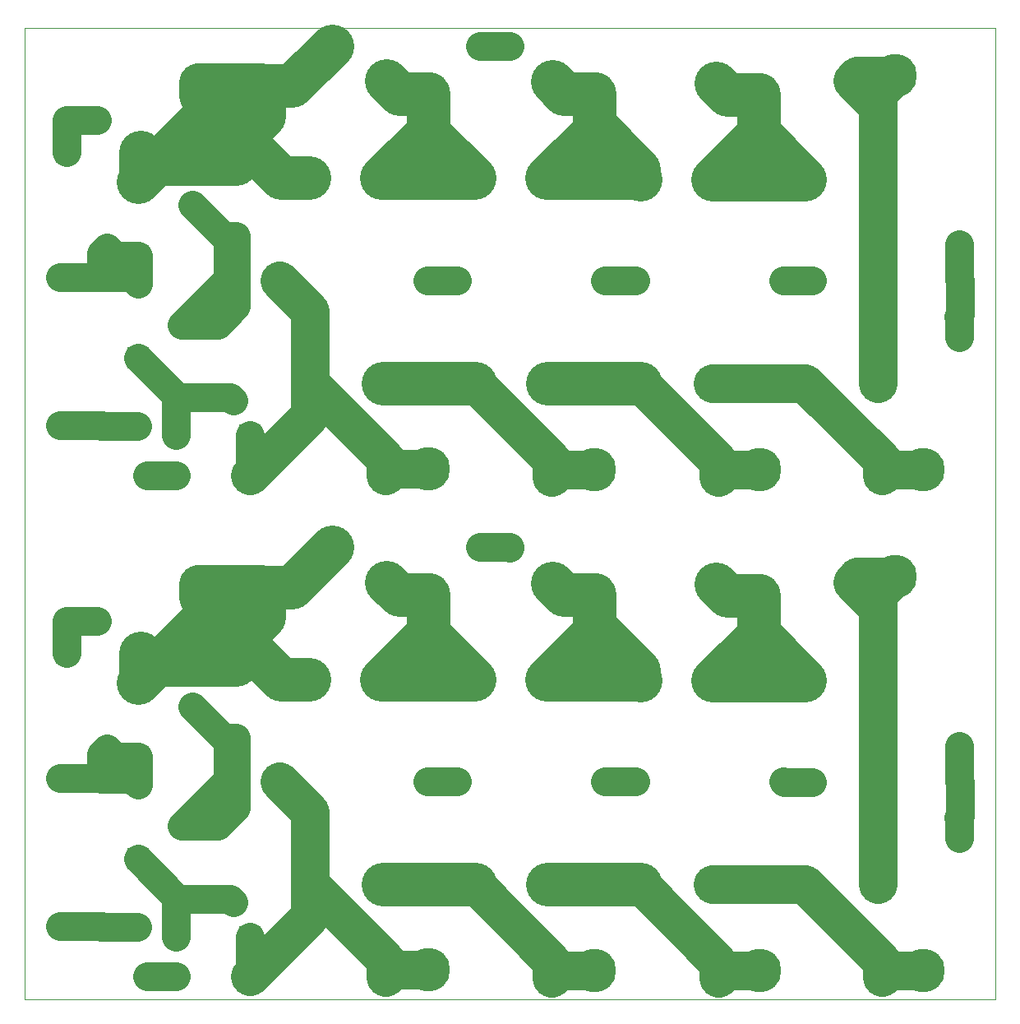
<source format=gbr>
G04 #@! TF.GenerationSoftware,KiCad,Pcbnew,5.1.4-e60b266~84~ubuntu16.04.1*
G04 #@! TF.CreationDate,2019-10-09T11:36:19-05:00*
G04 #@! TF.ProjectId,8cap,38636170-2e6b-4696-9361-645f70636258,rev?*
G04 #@! TF.SameCoordinates,Original*
G04 #@! TF.FileFunction,Copper,L2,Bot*
G04 #@! TF.FilePolarity,Positive*
%FSLAX46Y46*%
G04 Gerber Fmt 4.6, Leading zero omitted, Abs format (unit mm)*
G04 Created by KiCad (PCBNEW 5.1.4-e60b266~84~ubuntu16.04.1) date 2019-10-09 11:36:19*
%MOMM*%
%LPD*%
G04 APERTURE LIST*
G04 #@! TA.AperFunction,NonConductor*
%ADD10C,0.050000*%
G04 #@! TD*
G04 #@! TA.AperFunction,ComponentPad*
%ADD11R,2.400000X2.400000*%
G04 #@! TD*
G04 #@! TA.AperFunction,ComponentPad*
%ADD12C,2.400000*%
G04 #@! TD*
G04 #@! TA.AperFunction,ComponentPad*
%ADD13C,4.500880*%
G04 #@! TD*
G04 #@! TA.AperFunction,ComponentPad*
%ADD14C,1.998980*%
G04 #@! TD*
G04 #@! TA.AperFunction,ComponentPad*
%ADD15R,2.200000X2.200000*%
G04 #@! TD*
G04 #@! TA.AperFunction,ComponentPad*
%ADD16O,2.200000X2.200000*%
G04 #@! TD*
G04 #@! TA.AperFunction,ComponentPad*
%ADD17O,2.400000X2.400000*%
G04 #@! TD*
G04 #@! TA.AperFunction,ComponentPad*
%ADD18C,2.000000*%
G04 #@! TD*
G04 #@! TA.AperFunction,ComponentPad*
%ADD19C,1.600000*%
G04 #@! TD*
G04 #@! TA.AperFunction,ViaPad*
%ADD20C,0.800000*%
G04 #@! TD*
G04 #@! TA.AperFunction,Conductor*
%ADD21C,4.500000*%
G04 #@! TD*
G04 #@! TA.AperFunction,Conductor*
%ADD22C,4.000000*%
G04 #@! TD*
G04 #@! TA.AperFunction,Conductor*
%ADD23C,3.000000*%
G04 #@! TD*
G04 APERTURE END LIST*
D10*
X100000000Y-150000000D02*
X100000000Y-50000000D01*
X200000000Y-150000000D02*
X100000000Y-150000000D01*
X200000000Y-50000000D02*
X200000000Y-150000000D01*
X100000000Y-50000000D02*
X200000000Y-50000000D01*
D11*
G04 #@! TO.P,C5,1*
G04 #@! TO.N,N/C*
X180390000Y-86550000D03*
D12*
G04 #@! TO.P,C5,2*
X187890000Y-86550000D03*
G04 #@! TD*
D11*
G04 #@! TO.P,C6,1*
G04 #@! TO.N,N/C*
X163390000Y-86550000D03*
D12*
G04 #@! TO.P,C6,2*
X170890000Y-86550000D03*
G04 #@! TD*
D13*
G04 #@! TO.P,V7,1*
G04 #@! TO.N,N/C*
X158690000Y-95450000D03*
G04 #@! TD*
G04 #@! TO.P,V8,1*
G04 #@! TO.N,N/C*
X141590000Y-95350000D03*
G04 #@! TD*
D14*
G04 #@! TO.P,AC1,1*
G04 #@! TO.N,N/C*
X108500000Y-72600000D03*
G04 #@! TD*
G04 #@! TO.P,AC2,1*
G04 #@! TO.N,N/C*
X112590000Y-96050000D03*
G04 #@! TD*
D15*
G04 #@! TO.P,D2,1*
G04 #@! TO.N,N/C*
X104290000Y-62750000D03*
D16*
G04 #@! TO.P,D2,2*
X111910000Y-62750000D03*
G04 #@! TD*
D14*
G04 #@! TO.P,V7,1*
G04 #@! TO.N,N/C*
X154300000Y-96200000D03*
G04 #@! TD*
G04 #@! TO.P,V8,1*
G04 #@! TO.N,N/C*
X137200000Y-96100000D03*
G04 #@! TD*
D15*
G04 #@! TO.P,D1,1*
G04 #@! TO.N,N/C*
X111690000Y-73450000D03*
D16*
G04 #@! TO.P,D1,2*
X111690000Y-65830000D03*
G04 #@! TD*
D12*
G04 #@! TO.P,R3,1*
G04 #@! TO.N,N/C*
X162930000Y-75960000D03*
D17*
G04 #@! TO.P,R3,2*
X178170000Y-75960000D03*
G04 #@! TD*
D13*
G04 #@! TO.P,V5,1*
G04 #@! TO.N,N/C*
X192590000Y-95450000D03*
G04 #@! TD*
G04 #@! TO.P,V6,1*
G04 #@! TO.N,N/C*
X175690000Y-95450000D03*
G04 #@! TD*
D12*
G04 #@! TO.P,R5,1*
G04 #@! TO.N,N/C*
X126220000Y-75960000D03*
D17*
G04 #@! TO.P,R5,2*
X141460000Y-75960000D03*
G04 #@! TD*
D14*
G04 #@! TO.P,AC2,1*
G04 #@! TO.N,N/C*
X107470000Y-59450000D03*
G04 #@! TD*
G04 #@! TO.P,PROBE,1*
G04 #@! TO.N,N/C*
X196300000Y-72300000D03*
G04 #@! TD*
G04 #@! TO.P,V0,1*
G04 #@! TO.N,N/C*
X124690000Y-59050000D03*
G04 #@! TD*
D12*
G04 #@! TO.P,R7,1*
G04 #@! TO.N,N/C*
X103690000Y-90900000D03*
D17*
G04 #@! TO.P,R7,2*
X103690000Y-75660000D03*
G04 #@! TD*
D15*
G04 #@! TO.P,D3,1*
G04 #@! TO.N,N/C*
X111690000Y-83950000D03*
D16*
G04 #@! TO.P,D3,2*
X111690000Y-76330000D03*
G04 #@! TD*
D14*
G04 #@! TO.P,PROBE,1*
G04 #@! TO.N,N/C*
X150000000Y-51900000D03*
G04 #@! TD*
G04 #@! TO.P,AC2,1*
G04 #@! TO.N,N/C*
X104340000Y-59450000D03*
G04 #@! TD*
D15*
G04 #@! TO.P,D5,1*
G04 #@! TO.N,N/C*
X123210000Y-91950000D03*
D16*
G04 #@! TO.P,D5,2*
X115590000Y-91950000D03*
G04 #@! TD*
D14*
G04 #@! TO.P,TRIG,1*
G04 #@! TO.N,N/C*
X120890000Y-75150000D03*
G04 #@! TD*
G04 #@! TO.P,AC0,1*
G04 #@! TO.N,N/C*
X111600000Y-90950000D03*
G04 #@! TD*
D13*
G04 #@! TO.P,V1,1*
G04 #@! TO.N,N/C*
X141590000Y-56750000D03*
G04 #@! TD*
G04 #@! TO.P,V2,1*
G04 #@! TO.N,N/C*
X158690000Y-56750000D03*
G04 #@! TD*
D12*
G04 #@! TO.P,R2,1*
G04 #@! TO.N,N/C*
X181150000Y-76030000D03*
D17*
G04 #@! TO.P,R2,2*
X196390000Y-76030000D03*
G04 #@! TD*
D13*
G04 #@! TO.P,V3,1*
G04 #@! TO.N,N/C*
X175590000Y-56850000D03*
G04 #@! TD*
G04 #@! TO.P,V4,1*
G04 #@! TO.N,N/C*
X189700000Y-54900000D03*
G04 #@! TD*
D14*
G04 #@! TO.P,V0,1*
G04 #@! TO.N,N/C*
X124690000Y-55950000D03*
G04 #@! TD*
D13*
G04 #@! TO.P,V0,1*
G04 #@! TO.N,N/C*
X120190000Y-59250000D03*
G04 #@! TD*
D14*
G04 #@! TO.P,V3,1*
G04 #@! TO.N,N/C*
X171190000Y-55650000D03*
G04 #@! TD*
G04 #@! TO.P,V4,1*
G04 #@! TO.N,N/C*
X185250000Y-55450000D03*
G04 #@! TD*
D12*
G04 #@! TO.P,R1,1*
G04 #@! TO.N,N/C*
X146890000Y-51850000D03*
D17*
G04 #@! TO.P,R1,2*
X131650000Y-51850000D03*
G04 #@! TD*
D11*
G04 #@! TO.P,C1,1*
G04 #@! TO.N,N/C*
X136790000Y-65450000D03*
D12*
G04 #@! TO.P,C1,2*
X129290000Y-65450000D03*
G04 #@! TD*
D11*
G04 #@! TO.P,C2,1*
G04 #@! TO.N,N/C*
X153790000Y-65450000D03*
D12*
G04 #@! TO.P,C2,2*
X146290000Y-65450000D03*
G04 #@! TD*
D11*
G04 #@! TO.P,C3,1*
G04 #@! TO.N,N/C*
X170890000Y-65550000D03*
D12*
G04 #@! TO.P,C3,2*
X163390000Y-65550000D03*
G04 #@! TD*
D11*
G04 #@! TO.P,C4,1*
G04 #@! TO.N,N/C*
X187890000Y-65550000D03*
D12*
G04 #@! TO.P,C4,2*
X180390000Y-65550000D03*
G04 #@! TD*
D15*
G04 #@! TO.P,D4,1*
G04 #@! TO.N,N/C*
X123190000Y-96050000D03*
D16*
G04 #@! TO.P,D4,2*
X115570000Y-96050000D03*
G04 #@! TD*
D14*
G04 #@! TO.P,PROBE,1*
G04 #@! TO.N,N/C*
X196200000Y-79700000D03*
G04 #@! TD*
D18*
G04 #@! TO.P,C12,1*
G04 #@! TO.N,N/C*
X121790000Y-88650000D03*
G04 #@! TO.P,C12,2*
X121790000Y-78650000D03*
G04 #@! TD*
D12*
G04 #@! TO.P,R6,1*
G04 #@! TO.N,N/C*
X107900000Y-75700000D03*
D17*
G04 #@! TO.P,R6,2*
X107900000Y-90940000D03*
G04 #@! TD*
D12*
G04 #@! TO.P,R4,1*
G04 #@! TO.N,N/C*
X144580000Y-75960000D03*
D17*
G04 #@! TO.P,R4,2*
X159820000Y-75960000D03*
G04 #@! TD*
D18*
G04 #@! TO.P,C11,1*
G04 #@! TO.N,N/C*
X121790000Y-71450000D03*
G04 #@! TO.P,C11,2*
X121790000Y-63950000D03*
G04 #@! TD*
G04 #@! TO.P,C10,1*
G04 #@! TO.N,N/C*
X116190000Y-88050000D03*
G04 #@! TO.P,C10,2*
X116190000Y-80550000D03*
G04 #@! TD*
D11*
G04 #@! TO.P,C7,1*
G04 #@! TO.N,N/C*
X146390000Y-86550000D03*
D12*
G04 #@! TO.P,C7,2*
X153890000Y-86550000D03*
G04 #@! TD*
D19*
G04 #@! TO.P,C9,1*
G04 #@! TO.N,N/C*
X117290000Y-68250000D03*
G04 #@! TO.P,C9,2*
X117290000Y-63250000D03*
G04 #@! TD*
D14*
G04 #@! TO.P,V5,1*
G04 #@! TO.N,N/C*
X188300000Y-96100000D03*
G04 #@! TD*
G04 #@! TO.P,V6,1*
G04 #@! TO.N,N/C*
X171500000Y-96200000D03*
G04 #@! TD*
G04 #@! TO.P,V1,1*
G04 #@! TO.N,N/C*
X137290000Y-55450000D03*
G04 #@! TD*
G04 #@! TO.P,V2,1*
G04 #@! TO.N,N/C*
X154390000Y-55550000D03*
G04 #@! TD*
D11*
G04 #@! TO.P,C8,1*
G04 #@! TO.N,N/C*
X129390000Y-86550000D03*
D12*
G04 #@! TO.P,C8,2*
X136890000Y-86550000D03*
G04 #@! TD*
D14*
G04 #@! TO.P,PROBE,1*
G04 #@! TO.N,PROBE*
X196200000Y-131300000D03*
G04 #@! TD*
G04 #@! TO.P,AC2,1*
G04 #@! TO.N,AC2*
X104340000Y-111050000D03*
G04 #@! TD*
G04 #@! TO.P,AC2,1*
G04 #@! TO.N,AC2*
X107470000Y-111050000D03*
G04 #@! TD*
D17*
G04 #@! TO.P,R7,2*
G04 #@! TO.N,AC1*
X103690000Y-127260000D03*
D12*
G04 #@! TO.P,R7,1*
G04 #@! TO.N,AC0*
X103690000Y-142500000D03*
G04 #@! TD*
D17*
G04 #@! TO.P,R6,2*
G04 #@! TO.N,AC0*
X107900000Y-142540000D03*
D12*
G04 #@! TO.P,R6,1*
G04 #@! TO.N,AC1*
X107900000Y-127300000D03*
G04 #@! TD*
D17*
G04 #@! TO.P,R5,2*
G04 #@! TO.N,Net-(R4-Pad1)*
X141460000Y-127560000D03*
D12*
G04 #@! TO.P,R5,1*
G04 #@! TO.N,V8*
X126220000Y-127560000D03*
G04 #@! TD*
D17*
G04 #@! TO.P,R4,2*
G04 #@! TO.N,Net-(R3-Pad1)*
X159820000Y-127560000D03*
D12*
G04 #@! TO.P,R4,1*
G04 #@! TO.N,Net-(R4-Pad1)*
X144580000Y-127560000D03*
G04 #@! TD*
D17*
G04 #@! TO.P,R3,2*
G04 #@! TO.N,Net-(R2-Pad1)*
X178170000Y-127560000D03*
D12*
G04 #@! TO.P,R3,1*
G04 #@! TO.N,Net-(R3-Pad1)*
X162930000Y-127560000D03*
G04 #@! TD*
D17*
G04 #@! TO.P,R2,2*
G04 #@! TO.N,PROBE*
X196390000Y-127630000D03*
D12*
G04 #@! TO.P,R2,1*
G04 #@! TO.N,Net-(R2-Pad1)*
X181150000Y-127630000D03*
G04 #@! TD*
D17*
G04 #@! TO.P,R1,2*
G04 #@! TO.N,V0*
X131650000Y-103450000D03*
D12*
G04 #@! TO.P,R1,1*
G04 #@! TO.N,PROBE*
X146890000Y-103450000D03*
G04 #@! TD*
D14*
G04 #@! TO.P,AC0,1*
G04 #@! TO.N,AC0*
X111600000Y-142550000D03*
G04 #@! TD*
G04 #@! TO.P,TRIG,1*
G04 #@! TO.N,TRIG*
X120890000Y-126750000D03*
G04 #@! TD*
D13*
G04 #@! TO.P,V8,1*
G04 #@! TO.N,V8*
X141590000Y-146950000D03*
G04 #@! TD*
G04 #@! TO.P,V7,1*
G04 #@! TO.N,V7*
X158690000Y-147050000D03*
G04 #@! TD*
G04 #@! TO.P,V6,1*
G04 #@! TO.N,V6*
X175690000Y-147050000D03*
G04 #@! TD*
G04 #@! TO.P,V5,1*
G04 #@! TO.N,V5*
X192590000Y-147050000D03*
G04 #@! TD*
G04 #@! TO.P,V4,1*
G04 #@! TO.N,V4*
X189700000Y-106500000D03*
G04 #@! TD*
G04 #@! TO.P,V3,1*
G04 #@! TO.N,V3*
X175590000Y-108450000D03*
G04 #@! TD*
G04 #@! TO.P,V2,1*
G04 #@! TO.N,V2*
X158690000Y-108350000D03*
G04 #@! TD*
G04 #@! TO.P,V1,1*
G04 #@! TO.N,V1*
X141590000Y-108350000D03*
G04 #@! TD*
G04 #@! TO.P,V0,1*
G04 #@! TO.N,V0*
X120190000Y-110850000D03*
G04 #@! TD*
D14*
G04 #@! TO.P,V0,1*
G04 #@! TO.N,V0*
X124690000Y-107550000D03*
G04 #@! TD*
G04 #@! TO.P,PROBE,1*
G04 #@! TO.N,PROBE*
X150000000Y-103700000D03*
G04 #@! TD*
G04 #@! TO.P,V8,1*
G04 #@! TO.N,V8*
X137200000Y-147700000D03*
G04 #@! TD*
G04 #@! TO.P,V7,1*
G04 #@! TO.N,V7*
X154300000Y-147800000D03*
G04 #@! TD*
G04 #@! TO.P,V6,1*
G04 #@! TO.N,V6*
X171500000Y-147800000D03*
G04 #@! TD*
G04 #@! TO.P,V5,1*
G04 #@! TO.N,V5*
X188300000Y-147700000D03*
G04 #@! TD*
G04 #@! TO.P,V4,1*
G04 #@! TO.N,V4*
X185250000Y-107050000D03*
G04 #@! TD*
G04 #@! TO.P,V3,1*
G04 #@! TO.N,V3*
X171190000Y-107250000D03*
G04 #@! TD*
G04 #@! TO.P,V2,1*
G04 #@! TO.N,V2*
X154390000Y-107150000D03*
G04 #@! TD*
G04 #@! TO.P,V1,1*
G04 #@! TO.N,V1*
X137290000Y-107050000D03*
G04 #@! TD*
G04 #@! TO.P,V0,1*
G04 #@! TO.N,V0*
X124690000Y-110650000D03*
G04 #@! TD*
G04 #@! TO.P,PROBE,1*
G04 #@! TO.N,PROBE*
X196300000Y-123900000D03*
G04 #@! TD*
G04 #@! TO.P,AC2,1*
G04 #@! TO.N,AC2*
X112590000Y-147650000D03*
G04 #@! TD*
G04 #@! TO.P,AC1,1*
G04 #@! TO.N,AC1*
X108500000Y-124200000D03*
G04 #@! TD*
D16*
G04 #@! TO.P,D5,2*
G04 #@! TO.N,Net-(C10-Pad1)*
X115590000Y-143550000D03*
D15*
G04 #@! TO.P,D5,1*
G04 #@! TO.N,V8*
X123210000Y-143550000D03*
G04 #@! TD*
D16*
G04 #@! TO.P,D4,2*
G04 #@! TO.N,AC2*
X115570000Y-147650000D03*
D15*
G04 #@! TO.P,D4,1*
G04 #@! TO.N,V8*
X123190000Y-147650000D03*
G04 #@! TD*
D16*
G04 #@! TO.P,D3,2*
G04 #@! TO.N,AC1*
X111690000Y-127930000D03*
D15*
G04 #@! TO.P,D3,1*
G04 #@! TO.N,Net-(C10-Pad1)*
X111690000Y-135550000D03*
G04 #@! TD*
D16*
G04 #@! TO.P,D2,2*
G04 #@! TO.N,V0*
X111910000Y-114350000D03*
D15*
G04 #@! TO.P,D2,1*
G04 #@! TO.N,AC2*
X104290000Y-114350000D03*
G04 #@! TD*
D16*
G04 #@! TO.P,D1,2*
G04 #@! TO.N,V0*
X111690000Y-117430000D03*
D15*
G04 #@! TO.P,D1,1*
G04 #@! TO.N,AC1*
X111690000Y-125050000D03*
G04 #@! TD*
D18*
G04 #@! TO.P,C12,2*
G04 #@! TO.N,TRIG*
X121790000Y-130250000D03*
G04 #@! TO.P,C12,1*
G04 #@! TO.N,Net-(C10-Pad1)*
X121790000Y-140250000D03*
G04 #@! TD*
G04 #@! TO.P,C11,2*
G04 #@! TO.N,V0*
X121790000Y-115550000D03*
G04 #@! TO.P,C11,1*
G04 #@! TO.N,TRIG*
X121790000Y-123050000D03*
G04 #@! TD*
G04 #@! TO.P,C10,2*
G04 #@! TO.N,TRIG*
X116190000Y-132150000D03*
G04 #@! TO.P,C10,1*
G04 #@! TO.N,Net-(C10-Pad1)*
X116190000Y-139650000D03*
G04 #@! TD*
D19*
G04 #@! TO.P,C9,2*
G04 #@! TO.N,V0*
X117290000Y-114850000D03*
G04 #@! TO.P,C9,1*
G04 #@! TO.N,TRIG*
X117290000Y-119850000D03*
G04 #@! TD*
D12*
G04 #@! TO.P,C8,2*
G04 #@! TO.N,V7*
X136890000Y-138150000D03*
D11*
G04 #@! TO.P,C8,1*
G04 #@! TO.N,V8*
X129390000Y-138150000D03*
G04 #@! TD*
D12*
G04 #@! TO.P,C7,2*
G04 #@! TO.N,V6*
X153890000Y-138150000D03*
D11*
G04 #@! TO.P,C7,1*
G04 #@! TO.N,V7*
X146390000Y-138150000D03*
G04 #@! TD*
D12*
G04 #@! TO.P,C6,2*
G04 #@! TO.N,V5*
X170890000Y-138150000D03*
D11*
G04 #@! TO.P,C6,1*
G04 #@! TO.N,V6*
X163390000Y-138150000D03*
G04 #@! TD*
D12*
G04 #@! TO.P,C5,2*
G04 #@! TO.N,V4*
X187890000Y-138150000D03*
D11*
G04 #@! TO.P,C5,1*
G04 #@! TO.N,V5*
X180390000Y-138150000D03*
G04 #@! TD*
D12*
G04 #@! TO.P,C4,2*
G04 #@! TO.N,V3*
X180390000Y-117150000D03*
D11*
G04 #@! TO.P,C4,1*
G04 #@! TO.N,V4*
X187890000Y-117150000D03*
G04 #@! TD*
D12*
G04 #@! TO.P,C3,2*
G04 #@! TO.N,V2*
X163390000Y-117150000D03*
D11*
G04 #@! TO.P,C3,1*
G04 #@! TO.N,V3*
X170890000Y-117150000D03*
G04 #@! TD*
D12*
G04 #@! TO.P,C2,2*
G04 #@! TO.N,V1*
X146290000Y-117050000D03*
D11*
G04 #@! TO.P,C2,1*
G04 #@! TO.N,V2*
X153790000Y-117050000D03*
G04 #@! TD*
D12*
G04 #@! TO.P,C1,2*
G04 #@! TO.N,V0*
X129290000Y-117050000D03*
D11*
G04 #@! TO.P,C1,1*
G04 #@! TO.N,V1*
X136790000Y-117050000D03*
G04 #@! TD*
D20*
G04 #@! TO.N,*
X117900000Y-55600000D03*
X196300000Y-81800000D03*
G04 #@! TO.N,V0*
X117900000Y-107200000D03*
G04 #@! TO.N,PROBE*
X196300000Y-133400000D03*
G04 #@! TD*
D21*
G04 #@! TO.N,*
X126390000Y-65450000D02*
X120190000Y-59250000D01*
X129290000Y-65450000D02*
X126390000Y-65450000D01*
X121790000Y-61950000D02*
X124690000Y-59050000D01*
X121790000Y-63950000D02*
X121790000Y-61950000D01*
X124690000Y-59050000D02*
X124690000Y-55950000D01*
X127550000Y-55950000D02*
X131650000Y-51850000D01*
X124690000Y-55950000D02*
X127550000Y-55950000D01*
X113110000Y-63950000D02*
X111910000Y-62750000D01*
X121790000Y-63950000D02*
X113110000Y-63950000D01*
X118270000Y-59250000D02*
X111690000Y-65830000D01*
X120190000Y-59250000D02*
X118270000Y-59250000D01*
D22*
X117900000Y-56960000D02*
X120190000Y-59250000D01*
X111690000Y-62970000D02*
X111910000Y-62750000D01*
X111690000Y-65830000D02*
X111690000Y-62970000D01*
X124340000Y-55600000D02*
X124690000Y-55950000D01*
X117900000Y-55600000D02*
X124340000Y-55600000D01*
X123490000Y-55950000D02*
X120190000Y-59250000D01*
X124690000Y-55950000D02*
X123490000Y-55950000D01*
X117290000Y-62150000D02*
X120190000Y-59250000D01*
X117290000Y-63250000D02*
X117290000Y-62150000D01*
X117900000Y-55600000D02*
X117900000Y-56960000D01*
D21*
X136790000Y-65450000D02*
X146290000Y-65450000D01*
X141590000Y-60750000D02*
X146290000Y-65450000D01*
X141590000Y-56750000D02*
X141590000Y-60750000D01*
X141590000Y-60650000D02*
X136790000Y-65450000D01*
X141590000Y-56750000D02*
X141590000Y-60650000D01*
X138590000Y-56750000D02*
X137290000Y-55450000D01*
X141590000Y-56750000D02*
X138590000Y-56750000D01*
X163290000Y-65450000D02*
X163390000Y-65550000D01*
X153790000Y-65450000D02*
X163290000Y-65450000D01*
X163290000Y-64532602D02*
X163290000Y-65450000D01*
X158690000Y-59932602D02*
X163290000Y-64532602D01*
X158690000Y-56750000D02*
X158690000Y-59932602D01*
X158690000Y-60550000D02*
X153790000Y-65450000D01*
X158690000Y-56750000D02*
X158690000Y-60550000D01*
X158690000Y-56750000D02*
X155590000Y-56750000D01*
X155590000Y-56750000D02*
X154390000Y-55550000D01*
X172390000Y-56850000D02*
X171190000Y-55650000D01*
X175590000Y-60850000D02*
X170890000Y-65550000D01*
X175590000Y-56850000D02*
X175590000Y-60850000D01*
X170890000Y-65550000D02*
X180390000Y-65550000D01*
X175590000Y-60750000D02*
X180390000Y-65550000D01*
X175590000Y-56850000D02*
X175590000Y-60750000D01*
X175590000Y-56850000D02*
X172390000Y-56850000D01*
D22*
X187890000Y-65550000D02*
X187890000Y-86550000D01*
X187890000Y-58090000D02*
X185250000Y-55450000D01*
X187890000Y-65550000D02*
X187890000Y-58090000D01*
X185800000Y-54900000D02*
X185250000Y-55450000D01*
X189700000Y-54900000D02*
X185800000Y-54900000D01*
X187890000Y-56710000D02*
X189700000Y-54900000D01*
X187890000Y-65550000D02*
X187890000Y-56710000D01*
X170890000Y-86550000D02*
X180390000Y-86550000D01*
X188300000Y-94460000D02*
X180390000Y-86550000D01*
X188300000Y-96100000D02*
X188300000Y-94460000D01*
X188950000Y-95450000D02*
X188300000Y-96100000D01*
X192590000Y-95450000D02*
X188950000Y-95450000D01*
D21*
X153890000Y-86550000D02*
X163390000Y-86550000D01*
D22*
X171500000Y-94660000D02*
X163390000Y-86550000D01*
X171500000Y-96200000D02*
X171500000Y-94660000D01*
X172250000Y-95450000D02*
X171500000Y-96200000D01*
X175690000Y-95450000D02*
X172250000Y-95450000D01*
D21*
X136890000Y-86550000D02*
X146390000Y-86550000D01*
D22*
X154300000Y-94460000D02*
X146390000Y-86550000D01*
X154300000Y-96200000D02*
X154300000Y-94460000D01*
X155050000Y-95450000D02*
X154300000Y-96200000D01*
X158690000Y-95450000D02*
X155050000Y-95450000D01*
X129390000Y-86550000D02*
X129390000Y-88750000D01*
X129390000Y-89850000D02*
X123190000Y-96050000D01*
X129390000Y-86550000D02*
X129390000Y-89850000D01*
X129390000Y-79130000D02*
X126220000Y-75960000D01*
X129390000Y-86550000D02*
X129390000Y-79130000D01*
X137200000Y-94360000D02*
X129390000Y-86550000D01*
X137200000Y-96100000D02*
X137200000Y-94360000D01*
X137950000Y-95350000D02*
X137200000Y-96100000D01*
X141590000Y-95350000D02*
X137950000Y-95350000D01*
D23*
X123190000Y-91970000D02*
X123210000Y-91950000D01*
X123190000Y-96050000D02*
X123190000Y-91970000D01*
X120490000Y-71450000D02*
X117290000Y-68250000D01*
X121790000Y-71450000D02*
X120490000Y-71450000D01*
X119890000Y-80550000D02*
X121790000Y-78650000D01*
X116190000Y-80550000D02*
X119890000Y-80550000D01*
X120890000Y-77750000D02*
X121790000Y-78650000D01*
X120890000Y-75150000D02*
X120890000Y-77750000D01*
X120890000Y-72350000D02*
X121790000Y-71450000D01*
X120890000Y-75150000D02*
X120890000Y-72350000D01*
X121790000Y-78650000D02*
X121790000Y-71450000D01*
X121790000Y-74950000D02*
X116190000Y-80550000D01*
X121790000Y-71450000D02*
X121790000Y-74950000D01*
X121190000Y-88050000D02*
X121533698Y-88393698D01*
X116190000Y-88050000D02*
X121190000Y-88050000D01*
X115590000Y-88650000D02*
X116190000Y-88050000D01*
X115590000Y-91950000D02*
X115590000Y-88650000D01*
X115790000Y-88050000D02*
X111690000Y-83950000D01*
X116190000Y-88050000D02*
X115790000Y-88050000D01*
X107860000Y-75660000D02*
X107900000Y-75700000D01*
X103690000Y-75660000D02*
X107860000Y-75660000D01*
X107900000Y-73200000D02*
X108500000Y-72600000D01*
X107900000Y-75700000D02*
X107900000Y-73200000D01*
X111690000Y-76330000D02*
X111690000Y-73450000D01*
X109350000Y-73450000D02*
X108500000Y-72600000D01*
X111690000Y-73450000D02*
X109350000Y-73450000D01*
X111060000Y-75700000D02*
X111690000Y-76330000D01*
X107900000Y-75700000D02*
X111060000Y-75700000D01*
X115570000Y-96050000D02*
X112590000Y-96050000D01*
X104290000Y-59500000D02*
X104340000Y-59450000D01*
X104290000Y-62750000D02*
X104290000Y-59500000D01*
X104340000Y-59450000D02*
X107470000Y-59450000D01*
X196300000Y-79800000D02*
X196200000Y-79700000D01*
X196300000Y-81800000D02*
X196300000Y-79800000D01*
X196300000Y-75940000D02*
X196390000Y-76030000D01*
X196300000Y-72300000D02*
X196300000Y-75940000D01*
X196390000Y-79510000D02*
X196200000Y-79700000D01*
X196390000Y-76030000D02*
X196390000Y-79510000D01*
X149950000Y-51850000D02*
X150000000Y-51900000D01*
X146890000Y-51850000D02*
X149950000Y-51850000D01*
X107960000Y-90900000D02*
X108000000Y-90940000D01*
X103690000Y-90900000D02*
X107960000Y-90900000D01*
X107910000Y-90950000D02*
X107900000Y-90940000D01*
X111600000Y-90950000D02*
X107910000Y-90950000D01*
X178240000Y-76030000D02*
X178170000Y-75960000D01*
X181150000Y-76030000D02*
X178240000Y-76030000D01*
X162930000Y-75960000D02*
X159820000Y-75960000D01*
X144580000Y-75960000D02*
X141460000Y-75960000D01*
D21*
G04 #@! TO.N,V0*
X126390000Y-117050000D02*
X120190000Y-110850000D01*
X129290000Y-117050000D02*
X126390000Y-117050000D01*
X121790000Y-113550000D02*
X124690000Y-110650000D01*
X121790000Y-115550000D02*
X121790000Y-113550000D01*
X124690000Y-110650000D02*
X124690000Y-107550000D01*
X127550000Y-107550000D02*
X131650000Y-103450000D01*
X124690000Y-107550000D02*
X127550000Y-107550000D01*
X113110000Y-115550000D02*
X111910000Y-114350000D01*
X121790000Y-115550000D02*
X113110000Y-115550000D01*
X118270000Y-110850000D02*
X111690000Y-117430000D01*
X120190000Y-110850000D02*
X118270000Y-110850000D01*
D22*
X117900000Y-108560000D02*
X120190000Y-110850000D01*
X117900000Y-107200000D02*
X117900000Y-108560000D01*
X111690000Y-114570000D02*
X111910000Y-114350000D01*
X111690000Y-117430000D02*
X111690000Y-114570000D01*
X124340000Y-107200000D02*
X124690000Y-107550000D01*
X117900000Y-107200000D02*
X124340000Y-107200000D01*
X123490000Y-107550000D02*
X120190000Y-110850000D01*
X124690000Y-107550000D02*
X123490000Y-107550000D01*
X117290000Y-113750000D02*
X120190000Y-110850000D01*
X117290000Y-114850000D02*
X117290000Y-113750000D01*
D21*
G04 #@! TO.N,V1*
X136790000Y-117050000D02*
X146290000Y-117050000D01*
X141590000Y-112350000D02*
X146290000Y-117050000D01*
X141590000Y-108350000D02*
X141590000Y-112350000D01*
X141590000Y-112250000D02*
X136790000Y-117050000D01*
X141590000Y-108350000D02*
X141590000Y-112250000D01*
X138590000Y-108350000D02*
X137290000Y-107050000D01*
X141590000Y-108350000D02*
X138590000Y-108350000D01*
G04 #@! TO.N,V2*
X163290000Y-117050000D02*
X163390000Y-117150000D01*
X153790000Y-117050000D02*
X163290000Y-117050000D01*
X163290000Y-116132602D02*
X163290000Y-117050000D01*
X158690000Y-111532602D02*
X163290000Y-116132602D01*
X158690000Y-108350000D02*
X158690000Y-111532602D01*
X158690000Y-112150000D02*
X153790000Y-117050000D01*
X158690000Y-108350000D02*
X158690000Y-112150000D01*
X158690000Y-108350000D02*
X155590000Y-108350000D01*
X155590000Y-108350000D02*
X154390000Y-107150000D01*
G04 #@! TO.N,V3*
X175590000Y-112450000D02*
X170890000Y-117150000D01*
X175590000Y-108450000D02*
X175590000Y-112450000D01*
X170890000Y-117150000D02*
X180390000Y-117150000D01*
X175590000Y-112350000D02*
X180390000Y-117150000D01*
X175590000Y-108450000D02*
X175590000Y-112350000D01*
X172390000Y-108450000D02*
X171190000Y-107250000D01*
X175590000Y-108450000D02*
X172390000Y-108450000D01*
D22*
G04 #@! TO.N,V4*
X187890000Y-117150000D02*
X187890000Y-138150000D01*
X187890000Y-109690000D02*
X185250000Y-107050000D01*
X187890000Y-117150000D02*
X187890000Y-109690000D01*
X185800000Y-106500000D02*
X185250000Y-107050000D01*
X189700000Y-106500000D02*
X185800000Y-106500000D01*
X187890000Y-108310000D02*
X189700000Y-106500000D01*
X187890000Y-117150000D02*
X187890000Y-108310000D01*
G04 #@! TO.N,V5*
X170890000Y-138150000D02*
X180390000Y-138150000D01*
X188300000Y-146060000D02*
X180390000Y-138150000D01*
X188300000Y-147700000D02*
X188300000Y-146060000D01*
X188950000Y-147050000D02*
X188300000Y-147700000D01*
X192590000Y-147050000D02*
X188950000Y-147050000D01*
D21*
G04 #@! TO.N,V6*
X153890000Y-138150000D02*
X163390000Y-138150000D01*
D22*
X171500000Y-146260000D02*
X163390000Y-138150000D01*
X171500000Y-147800000D02*
X171500000Y-146260000D01*
X172250000Y-147050000D02*
X171500000Y-147800000D01*
X175690000Y-147050000D02*
X172250000Y-147050000D01*
D21*
G04 #@! TO.N,V7*
X136890000Y-138150000D02*
X146390000Y-138150000D01*
D22*
X154300000Y-146060000D02*
X146390000Y-138150000D01*
X154300000Y-147800000D02*
X154300000Y-146060000D01*
X155050000Y-147050000D02*
X154300000Y-147800000D01*
X158690000Y-147050000D02*
X155050000Y-147050000D01*
G04 #@! TO.N,V8*
X129390000Y-138150000D02*
X129390000Y-140350000D01*
X129390000Y-141450000D02*
X123190000Y-147650000D01*
X129390000Y-138150000D02*
X129390000Y-141450000D01*
X129390000Y-130730000D02*
X126220000Y-127560000D01*
X129390000Y-138150000D02*
X129390000Y-130730000D01*
X137200000Y-145960000D02*
X129390000Y-138150000D01*
X137200000Y-147700000D02*
X137200000Y-145960000D01*
X137950000Y-146950000D02*
X137200000Y-147700000D01*
X141590000Y-146950000D02*
X137950000Y-146950000D01*
D23*
X123190000Y-143570000D02*
X123210000Y-143550000D01*
X123190000Y-147650000D02*
X123190000Y-143570000D01*
G04 #@! TO.N,TRIG*
X120490000Y-123050000D02*
X117290000Y-119850000D01*
X121790000Y-123050000D02*
X120490000Y-123050000D01*
X119890000Y-132150000D02*
X121790000Y-130250000D01*
X116190000Y-132150000D02*
X119890000Y-132150000D01*
X120890000Y-129350000D02*
X121790000Y-130250000D01*
X120890000Y-126750000D02*
X120890000Y-129350000D01*
X120890000Y-123950000D02*
X121790000Y-123050000D01*
X120890000Y-126750000D02*
X120890000Y-123950000D01*
X121790000Y-130250000D02*
X121790000Y-123050000D01*
X121790000Y-126550000D02*
X116190000Y-132150000D01*
X121790000Y-123050000D02*
X121790000Y-126550000D01*
G04 #@! TO.N,Net-(C10-Pad1)*
X121190000Y-139650000D02*
X121533698Y-139993698D01*
X116190000Y-139650000D02*
X121190000Y-139650000D01*
X115590000Y-140250000D02*
X116190000Y-139650000D01*
X115590000Y-143550000D02*
X115590000Y-140250000D01*
X115790000Y-139650000D02*
X111690000Y-135550000D01*
X116190000Y-139650000D02*
X115790000Y-139650000D01*
G04 #@! TO.N,AC1*
X107860000Y-127260000D02*
X107900000Y-127300000D01*
X103690000Y-127260000D02*
X107860000Y-127260000D01*
X107900000Y-124800000D02*
X108500000Y-124200000D01*
X107900000Y-127300000D02*
X107900000Y-124800000D01*
X111690000Y-127930000D02*
X111690000Y-125050000D01*
X109350000Y-125050000D02*
X108500000Y-124200000D01*
X111690000Y-125050000D02*
X109350000Y-125050000D01*
X111060000Y-127300000D02*
X111690000Y-127930000D01*
X107900000Y-127300000D02*
X111060000Y-127300000D01*
G04 #@! TO.N,AC2*
X115570000Y-147650000D02*
X112590000Y-147650000D01*
X104290000Y-111100000D02*
X104340000Y-111050000D01*
X104290000Y-114350000D02*
X104290000Y-111100000D01*
X104340000Y-111050000D02*
X107470000Y-111050000D01*
G04 #@! TO.N,PROBE*
X196300000Y-127540000D02*
X196390000Y-127630000D01*
X196300000Y-123900000D02*
X196300000Y-127540000D01*
X196390000Y-131110000D02*
X196200000Y-131300000D01*
X196390000Y-127630000D02*
X196390000Y-131110000D01*
X196300000Y-131400000D02*
X196200000Y-131300000D01*
X196300000Y-133400000D02*
X196300000Y-131400000D01*
X149950000Y-103450000D02*
X150000000Y-103500000D01*
X146890000Y-103450000D02*
X149950000Y-103450000D01*
G04 #@! TO.N,AC0*
X107960000Y-142500000D02*
X108000000Y-142540000D01*
X103690000Y-142500000D02*
X107960000Y-142500000D01*
X107910000Y-142550000D02*
X107900000Y-142540000D01*
X111600000Y-142550000D02*
X107910000Y-142550000D01*
G04 #@! TO.N,Net-(R2-Pad1)*
X178240000Y-127630000D02*
X178170000Y-127560000D01*
X181150000Y-127630000D02*
X178240000Y-127630000D01*
G04 #@! TO.N,Net-(R3-Pad1)*
X162930000Y-127560000D02*
X159820000Y-127560000D01*
G04 #@! TO.N,Net-(R4-Pad1)*
X144580000Y-127560000D02*
X141460000Y-127560000D01*
G04 #@! TD*
M02*

</source>
